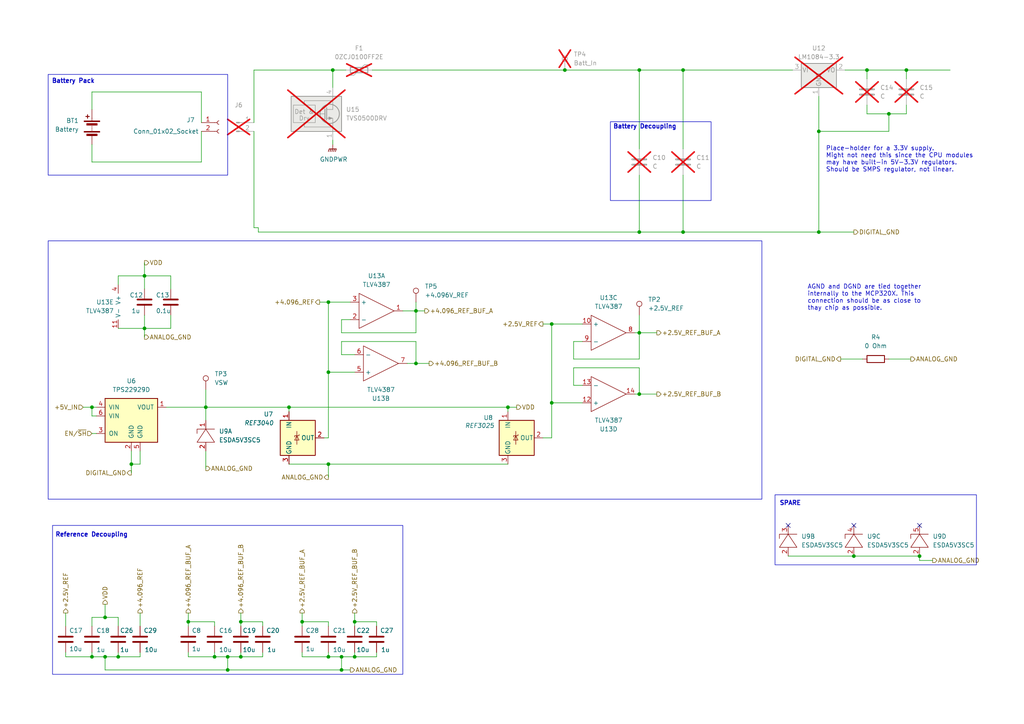
<source format=kicad_sch>
(kicad_sch (version 20231120) (generator "eeschema") (generator_version "8.0")
  (paper "A4")
  (lib_symbols
    (symbol "AndrewAdditions:sda5v3sc6_split"
      (property "Reference" "U" (at -2.794 3.302 0))
      (property "Value" "ESDA5V3SC5" (at 0 -2.54 0))
      (symbol "sda5v3sc6_split_0_1"
        (polyline (pts (xy -2.54 0) (xy -2.54 1.27) (xy 2.54 1.27)))
        (polyline (pts (xy 0 1.27) (xy -2.54 -2.54) (xy 2.54 -2.54) (xy 0 1.27)))
        (pin passive line (at 0 -5.08 90) (length 2.54) (name "") (number "2"))
      )
      (symbol "sda5v3sc6_split_1_1"
        (pin passive line (at 0 3.81 270) (length 2.54) (name "") (number "1"))
      )
      (symbol "sda5v3sc6_split_2_1"
        (pin passive line (at 0 3.81 270) (length 2.54) (name "") (number "3"))
      )
      (symbol "sda5v3sc6_split_3_1"
        (pin passive line (at 0 3.81 270) (length 2.54) (name "") (number "4"))
      )
      (symbol "sda5v3sc6_split_4_1"
        (pin passive line (at 0 3.81 270) (length 2.54) (name "") (number "5"))
      )
    )
    (symbol "Connector:Conn_01x02_Pin" (pin_names (offset 1.016) hide)
      (property "Reference" "J" (at 0 2.54 0))
      (property "Value" "Conn_01x02_Pin" (at 0 -5.08 0))
      (symbol "Conn_01x02_Pin_1_1"
        (polyline (pts (xy 1.27 -2.54) (xy 0.8636 -2.54)) (stroke (width 0.1524)))
        (polyline (pts (xy 1.27 0) (xy 0.8636 0)) (stroke (width 0.1524)))
        (rectangle (start 0.8636 -2.413) (end 0 -2.667) (stroke (width 0.1524)) (fill (type outline)))
        (rectangle (start 0.8636 0.127) (end 0 -0.127) (stroke (width 0.1524)) (fill (type outline)))
        (pin passive line (at 5.08 0 180) (length 3.81) (name "Pin_1") (number "1"))
        (pin passive line (at 5.08 -2.54 180) (length 3.81) (name "Pin_2") (number "2"))
      )
    )
    (symbol "Connector:Conn_01x02_Socket" (pin_names (offset 1.016) hide)
      (property "Reference" "J" (at 0 2.54 0))
      (property "Value" "Conn_01x02_Socket" (at 0 -5.08 0))
      (symbol "Conn_01x02_Socket_1_1"
        (arc (start 0 -2.032) (mid -0.5058 -2.54) (end 0 -3.048) (stroke (width 0.1524)))
        (polyline (pts (xy -1.27 -2.54) (xy -0.508 -2.54)) (stroke (width 0.1524)))
        (polyline (pts (xy -1.27 0) (xy -0.508 0)) (stroke (width 0.1524)))
        (arc (start 0 0.508) (mid -0.5058 0) (end 0 -0.508) (stroke (width 0.1524)))
        (pin passive line (at -5.08 0 0) (length 3.81) (name "Pin_1") (number "1"))
        (pin passive line (at -5.08 -2.54 0) (length 3.81) (name "Pin_2") (number "2"))
      )
    )
    (symbol "Connector:TestPoint" (pin_numbers hide) (pin_names (offset 0.762) hide)
      (property "Reference" "TP" (at 0 6.858 0))
      (property "Value" "TestPoint" (at 0 5.08 0))
      (symbol "TestPoint_0_1"
        (circle (center 0 3.302) (radius 0.762))
      )
      (symbol "TestPoint_1_1"
        (pin passive line (at 0 0 90) (length 2.54) (name "1") (number "1"))
      )
    )
    (symbol "Device:Battery" (pin_numbers hide) (pin_names (offset 0) hide)
      (property "Reference" "BT" (at 2.54 2.54 0))
      (property "Value" "Battery" (at 2.54 0 0))
      (symbol "Battery_0_1"
        (rectangle (start -2.286 -1.27) (end 2.286 -1.524) (fill (type outline)))
        (rectangle (start -2.286 1.778) (end 2.286 1.524) (fill (type outline)))
        (rectangle (start -1.524 -2.032) (end 1.524 -2.54) (fill (type outline)))
        (rectangle (start -1.524 1.016) (end 1.524 0.508) (fill (type outline)))
        (polyline (pts (xy 0 -1.016) (xy 0 -0.762)))
        (polyline (pts (xy 0 -0.508) (xy 0 -0.254)))
        (polyline (pts (xy 0 0) (xy 0 0.254)))
        (polyline (pts (xy 0 1.778) (xy 0 2.54)))
        (polyline (pts (xy 0.762 3.048) (xy 1.778 3.048)) (stroke (width 0.254)))
        (polyline (pts (xy 1.27 3.556) (xy 1.27 2.54)) (stroke (width 0.254)))
      )
      (symbol "Battery_1_1"
        (pin passive line (at 0 5.08 270) (length 2.54) (name "+") (number "1"))
        (pin passive line (at 0 -5.08 90) (length 2.54) (name "-") (number "2"))
      )
    )
    (symbol "Device:C" (pin_numbers hide) (pin_names (offset 0.254))
      (property "Reference" "C" (at 0.635 2.54 0))
      (property "Value" "C" (at 0.635 -2.54 0))
      (symbol "C_0_1"
        (polyline (pts (xy -2.032 -0.762) (xy 2.032 -0.762)) (stroke (width 0.508)))
        (polyline (pts (xy -2.032 0.762) (xy 2.032 0.762)) (stroke (width 0.508)))
      )
      (symbol "C_1_1"
        (pin passive line (at 0 3.81 270) (length 2.794) (name "~") (number "1"))
        (pin passive line (at 0 -3.81 90) (length 2.794) (name "~") (number "2"))
      )
    )
    (symbol "Device:Polyfuse" (pin_numbers hide) (pin_names (offset 0))
      (property "Reference" "F" (at -2.54 0 90))
      (property "Value" "Polyfuse" (at 2.54 0 90))
      (symbol "Polyfuse_0_1"
        (rectangle (start -0.762 2.54) (end 0.762 -2.54) (stroke (width 0.254)))
        (polyline (pts (xy 0 2.54) (xy 0 -2.54)))
        (polyline (pts (xy -1.524 2.54) (xy -1.524 1.524) (xy 1.524 -1.524) (xy 1.524 -2.54)))
      )
      (symbol "Polyfuse_1_1"
        (pin passive line (at 0 3.81 270) (length 1.27) (name "~") (number "1"))
        (pin passive line (at 0 -3.81 90) (length 1.27) (name "~") (number "2"))
      )
    )
    (symbol "Device:R" (pin_numbers hide) (pin_names (offset 0))
      (property "Reference" "R" (at 2.032 0 90))
      (property "Value" "R" (at 0 0 90))
      (symbol "R_0_1"
        (rectangle (start -1.016 -2.54) (end 1.016 2.54) (stroke (width 0.254)))
      )
      (symbol "R_1_1"
        (pin passive line (at 0 3.81 270) (length 1.27) (name "~") (number "1"))
        (pin passive line (at 0 -3.81 90) (length 1.27) (name "~") (number "2"))
      )
    )
    (symbol "Op-Amp-Extended:TLV4387PWR"
      (property "Reference" "U" (at -2.54 7.366 0))
      (property "Value" "TLV4387" (at -1.27 0 0))
      (symbol "TLV4387PWR_1_1"
        (polyline (pts (xy -3.81 5.08) (xy -3.81 -5.08) (xy 6.35 0) (xy -3.81 5.08)))
        (pin output line (at 8.89 0 180) (length 2.54) (name "") (number "1"))
        (pin input line (at -6.35 -2.54 0) (length 2.54) (name "-") (number "2"))
        (pin input line (at -6.35 2.54 0) (length 2.54) (name "+") (number "3"))
      )
      (symbol "TLV4387PWR_2_1"
        (polyline (pts (xy -3.81 5.08) (xy -3.81 -5.08) (xy 6.35 0) (xy -3.81 5.08)))
        (pin input line (at -6.35 2.54 0) (length 2.54) (name "+") (number "5"))
        (pin input line (at -6.35 -2.54 0) (length 2.54) (name "-") (number "6"))
        (pin output line (at 8.89 0 180) (length 2.54) (name "") (number "7"))
      )
      (symbol "TLV4387PWR_3_1"
        (polyline (pts (xy -3.81 5.08) (xy -3.81 -5.08) (xy 6.35 0) (xy -3.81 5.08)))
        (pin input line (at -6.35 2.54 0) (length 2.54) (name "+") (number "10"))
        (pin output line (at 8.89 0 180) (length 2.54) (name "") (number "8"))
        (pin input line (at -6.35 -2.54 0) (length 2.54) (name "-") (number "9"))
      )
      (symbol "TLV4387PWR_4_1"
        (polyline (pts (xy -3.81 5.08) (xy -3.81 -5.08) (xy 6.35 0) (xy -3.81 5.08)))
        (pin input line (at -6.35 2.54 0) (length 2.54) (name "+") (number "12"))
        (pin input line (at -6.35 -2.54 0) (length 2.54) (name "-") (number "13"))
        (pin output line (at 8.89 0 180) (length 2.54) (name "") (number "14"))
      )
      (symbol "TLV4387PWR_5_1"
        (pin power_in line (at 0 -6.35 90) (length 2.54) (name "V-") (number "11"))
        (pin power_in line (at 0 6.35 270) (length 2.54) (name "V+") (number "4"))
      )
    )
    (symbol "Power_Management:TPS22929D" (pin_names (offset 1.016))
      (property "Reference" "U" (at -7.62 8.89 0))
      (property "Value" "TPS22929D" (at 7.62 8.89 0))
      (symbol "TPS22929D_0_1"
        (rectangle (start -7.62 7.62) (end 7.62 -5.08) (stroke (width 0.254)) (fill (type background)))
      )
      (symbol "TPS22929D_1_1"
        (pin power_out line (at 10.16 5.08 180) (length 2.54) (name "VOUT") (number "1"))
        (pin power_in line (at 0 -7.62 90) (length 2.54) (name "GND") (number "2"))
        (pin input line (at -10.16 -2.54 0) (length 2.54) (name "ON") (number "3"))
        (pin power_in line (at -10.16 5.08 0) (length 2.54) (name "VIN") (number "4"))
        (pin power_in line (at 2.54 -7.62 90) (length 2.54) (name "GND") (number "5"))
        (pin power_in line (at -10.16 2.54 0) (length 2.54) (name "VIN") (number "6"))
      )
    )
    (symbol "Power_Protection:TVS0500DRV" (pin_names (offset 0) hide)
      (property "Reference" "U" (at 2.54 1.27 0))
      (property "Value" "TVS0500DRV" (at 2.54 -1.27 0))
      (symbol "TVS0500DRV_0_0"
        (rectangle (start -11.43 2.54) (end -5.08 -2.54))
        (polyline (pts (xy 0 1.27) (xy -1.778 1.27)))
        (polyline (pts (xy -8.255 -2.54) (xy -8.255 -3.81) (xy 0 -3.81)))
        (polyline (pts (xy -8.255 2.54) (xy -8.255 3.81) (xy 0 3.81)))
        (text "Det &" (at -8.255 0.635 0) (effects (font (size 1.27 1.27))))
        (text "Drv" (at -8.255 -1.27 0) (effects (font (size 1.27 1.27))))
      )
      (symbol "TVS0500DRV_0_1"
        (rectangle (start -12.065 5.08) (end 2.54 -5.08) (stroke (width 0.254)) (fill (type background)))
        (circle (center -0.889 0) (radius 2.794) (stroke (width 0.254)))
        (polyline (pts (xy -2.286 0) (xy -5.08 0)))
        (polyline (pts (xy -2.286 1.397) (xy -2.286 -1.524)) (stroke (width 0.254)))
        (polyline (pts (xy -1.778 1.778) (xy -1.778 -1.778)) (stroke (width 0.254)))
        (polyline (pts (xy 0 -2.54) (xy 0 -5.08)))
        (polyline (pts (xy 0 2.54) (xy 0 1.27)))
        (polyline (pts (xy 0 5.08) (xy 0 2.54)))
        (polyline (pts (xy 0 -2.54) (xy 0 -1.27) (xy -1.778 -1.27)))
        (polyline (pts (xy -0.127 -1.27) (xy -1.143 -1.651) (xy -1.143 -0.889) (xy -0.127 -1.27)) (fill (type outline)))
      )
      (symbol "TVS0500DRV_1_1"
        (pin power_in line (at 0 -7.62 90) (length 2.54) (name "GND") (number "1"))
        (pin passive line (at 0 -7.62 90) (length 2.54) hide (name "GND") (number "2"))
        (pin passive line (at 0 -7.62 90) (length 2.54) hide (name "GND") (number "3"))
        (pin passive line (at 0 7.62 270) (length 2.54) (name "IN") (number "4"))
        (pin passive line (at 0 7.62 270) (length 2.54) hide (name "IN") (number "5"))
        (pin passive line (at 0 7.62 270) (length 2.54) hide (name "IN") (number "6"))
        (pin passive line (at 0 -7.62 90) (length 2.54) hide (name "GND") (number "7"))
      )
    )
    (symbol "Reference_Voltage:REF3025" (pin_names (offset 0.254))
      (property "Reference" "U" (at 0 6.35 0))
      (property "Value" "REF3025" (at 2.54 -6.35 0))
      (symbol "REF3025_0_1"
        (rectangle (start -5.08 5.08) (end 5.08 -5.08) (stroke (width 0.254)) (fill (type background)))
        (polyline (pts (xy -0.254 1.905) (xy -0.254 -1.905)))
        (polyline (pts (xy -0.889 -0.635) (xy 0.381 -0.635) (xy -0.254 0.635) (xy -0.889 -0.635)))
        (polyline (pts (xy 0.381 1.016) (xy 0.381 0.635) (xy -0.889 0.635) (xy -0.889 0.254)))
      )
      (symbol "REF3025_1_1"
        (pin power_in line (at -2.54 7.62 270) (length 2.54) (name "IN") (number "1"))
        (pin power_out line (at 7.62 0 180) (length 2.54) (name "OUT") (number "2"))
        (pin power_in line (at -2.54 -7.62 90) (length 2.54) (name "GND") (number "3"))
      )
    )
    (symbol "Reference_Voltage:REF3040" (pin_names (offset 0.254))
      (property "Reference" "U" (at 0 6.35 0))
      (property "Value" "REF3040" (at 2.54 -6.35 0))
      (symbol "REF3040_0_1"
        (rectangle (start -5.08 5.08) (end 5.08 -5.08) (stroke (width 0.254)) (fill (type background)))
        (polyline (pts (xy -0.254 1.905) (xy -0.254 -1.905)))
        (polyline (pts (xy -0.889 -0.635) (xy 0.381 -0.635) (xy -0.254 0.635) (xy -0.889 -0.635)))
        (polyline (pts (xy 0.381 1.016) (xy 0.381 0.635) (xy -0.889 0.635) (xy -0.889 0.254)))
      )
      (symbol "REF3040_1_1"
        (pin power_in line (at -2.54 7.62 270) (length 2.54) (name "IN") (number "1"))
        (pin power_out line (at 7.62 0 180) (length 2.54) (name "OUT") (number "2"))
        (pin power_in line (at -2.54 -7.62 90) (length 2.54) (name "GND") (number "3"))
      )
    )
    (symbol "Regulator_Linear:LM1084-3.3" (pin_names (offset 0.254))
      (property "Reference" "U" (at -3.81 3.175 0))
      (property "Value" "LM1084-3.3" (at 0 3.175 0))
      (symbol "LM1084-3.3_0_1"
        (rectangle (start -5.08 1.905) (end 5.08 -5.08) (stroke (width 0.254)) (fill (type background)))
      )
      (symbol "LM1084-3.3_1_1"
        (pin power_in line (at 0 -7.62 90) (length 2.54) (name "GND") (number "1"))
        (pin power_out line (at 7.62 0 180) (length 2.54) (name "VO") (number "2"))
        (pin power_in line (at -7.62 0 0) (length 2.54) (name "VI") (number "3"))
      )
    )
    (symbol "power:GNDPWR" (power) (pin_numbers hide) (pin_names (offset 0) hide)
      (property "Value" "GNDPWR" (at 0 -3.302 0))
      (symbol "GNDPWR_0_1"
        (polyline (pts (xy 0 -1.27) (xy 0 0)))
        (polyline (pts (xy -1.016 -1.27) (xy -1.27 -2.032) (xy -1.27 -2.032)) (stroke (width 0.2032)))
        (polyline (pts (xy -0.508 -1.27) (xy -0.762 -2.032) (xy -0.762 -2.032)) (stroke (width 0.2032)))
        (polyline (pts (xy 0 -1.27) (xy -0.254 -2.032) (xy -0.254 -2.032)) (stroke (width 0.2032)))
        (polyline (pts (xy 0.508 -1.27) (xy 0.254 -2.032) (xy 0.254 -2.032)) (stroke (width 0.2032)))
        (polyline (pts (xy 1.016 -1.27) (xy -1.016 -1.27) (xy -1.016 -1.27)) (stroke (width 0.2032)))
        (polyline (pts (xy 1.016 -1.27) (xy 0.762 -2.032) (xy 0.762 -2.032) (xy 0.762 -2.032)) (stroke (width 0.2032)))
      )
      (symbol "GNDPWR_1_1"
        (pin power_in line (at 0 0 270) (length 0) (name "~") (number "1"))
      )
    )
  )
  (junction (at 30.48 179.07))
  (junction (at 30.48 190.5))
  (junction (at 257.81 33.02))
  (junction (at 185.42 67.31))
  (junction (at 120.65 90.17))
  (junction (at 38.1 134.62))
  (junction (at 34.29 190.5))
  (junction (at 185.42 96.52))
  (junction (at 95.25 190.5))
  (junction (at 147.32 118.11))
  (junction (at 59.69 118.11))
  (junction (at 163.83 20.32))
  (junction (at 69.85 180.34))
  (junction (at 95.25 107.95))
  (junction (at 237.49 67.31))
  (junction (at 95.25 87.63))
  (junction (at 198.12 67.31))
  (junction (at 95.25 134.62))
  (junction (at 54.61 180.34))
  (junction (at 262.89 20.32))
  (junction (at 237.49 38.1))
  (junction (at 99.06 194.31))
  (junction (at 66.04 190.5))
  (junction (at 247.65 161.29))
  (junction (at 185.42 20.32))
  (junction (at 99.06 190.5))
  (junction (at 41.91 80.01))
  (junction (at 185.42 114.3))
  (junction (at 69.85 190.5))
  (junction (at 26.67 118.11))
  (junction (at 251.46 20.32))
  (junction (at 41.91 95.25))
  (junction (at 102.87 180.34))
  (junction (at 120.65 105.41))
  (junction (at 102.87 190.5))
  (junction (at 266.7 161.29))
  (junction (at 198.12 20.32))
  (junction (at 62.23 190.5))
  (junction (at 96.52 20.32))
  (junction (at 66.04 194.31))
  (junction (at 160.02 93.98))
  (junction (at 87.63 180.34))
  (junction (at 83.82 118.11))
  (junction (at 26.67 190.5))
  (junction (at 160.02 116.84))
  (no_connect (at 228.6 152.4))
  (no_connect (at 247.65 152.4))
  (no_connect (at 266.7 152.4))
  (wire (pts (xy 76.2 190.5) (xy 76.2 189.23)))
  (wire (pts (xy 198.12 50.8) (xy 198.12 67.31)))
  (wire (pts (xy 120.65 96.52) (xy 120.65 90.17)))
  (wire (pts (xy 19.05 189.23) (xy 19.05 190.5)))
  (wire (pts (xy 34.29 189.23) (xy 34.29 190.5)))
  (wire (pts (xy 120.65 90.17) (xy 116.84 90.17)))
  (wire (pts (xy 74.93 66.04) (xy 73.66 66.04)))
  (wire (pts (xy 147.32 119.38) (xy 147.32 118.11)))
  (wire (pts (xy 59.69 113.03) (xy 59.69 118.11)))
  (wire (pts (xy 198.12 20.32) (xy 198.12 43.18)))
  (wire (pts (xy 102.87 189.23) (xy 102.87 190.5)))
  (wire (pts (xy 87.63 189.23) (xy 87.63 190.5)))
  (wire (pts (xy 102.87 180.34) (xy 102.87 181.61)))
  (wire (pts (xy 262.89 30.48) (xy 262.89 33.02)))
  (wire (pts (xy 49.53 80.01) (xy 49.53 83.82)))
  (wire (pts (xy 41.91 80.01) (xy 49.53 80.01)))
  (wire (pts (xy 73.66 66.04) (xy 73.66 38.1)))
  (wire (pts (xy 102.87 190.5) (xy 109.22 190.5)))
  (wire (pts (xy 120.65 105.41) (xy 124.46 105.41)))
  (wire (pts (xy 34.29 80.01) (xy 34.29 82.55)))
  (wire (pts (xy 251.46 20.32) (xy 262.89 20.32)))
  (wire (pts (xy 185.42 20.32) (xy 185.42 43.18)))
  (wire (pts (xy 40.64 130.81) (xy 40.64 134.62)))
  (wire (pts (xy 96.52 20.32) (xy 100.33 20.32)))
  (wire (pts (xy 26.67 118.11) (xy 27.94 118.11)))
  (wire (pts (xy 87.63 180.34) (xy 87.63 177.8)))
  (wire (pts (xy 54.61 181.61) (xy 54.61 180.34)))
  (wire (pts (xy 166.37 111.76) (xy 166.37 106.68)))
  (wire (pts (xy 95.25 107.95) (xy 102.87 107.95)))
  (wire (pts (xy 120.65 90.17) (xy 123.19 90.17)))
  (wire (pts (xy 26.67 31.75) (xy 26.67 26.67)))
  (wire (pts (xy 26.67 46.99) (xy 58.42 46.99)))
  (wire (pts (xy 58.42 26.67) (xy 58.42 35.56)))
  (wire (pts (xy 245.11 20.32) (xy 251.46 20.32)))
  (wire (pts (xy 62.23 190.5) (xy 66.04 190.5)))
  (wire (pts (xy 69.85 190.5) (xy 76.2 190.5)))
  (wire (pts (xy 34.29 80.01) (xy 41.91 80.01)))
  (wire (pts (xy 34.29 95.25) (xy 41.91 95.25)))
  (wire (pts (xy 257.81 33.02) (xy 251.46 33.02)))
  (wire (pts (xy 257.81 38.1) (xy 257.81 33.02)))
  (wire (pts (xy 262.89 20.32) (xy 275.59 20.32)))
  (wire (pts (xy 163.83 20.32) (xy 185.42 20.32)))
  (wire (pts (xy 109.22 180.34) (xy 109.22 181.61)))
  (wire (pts (xy 251.46 30.48) (xy 251.46 33.02)))
  (wire (pts (xy 69.85 189.23) (xy 69.85 190.5)))
  (wire (pts (xy 99.06 92.71) (xy 99.06 96.52)))
  (wire (pts (xy 66.04 194.31) (xy 30.48 194.31)))
  (wire (pts (xy 95.25 190.5) (xy 99.06 190.5)))
  (wire (pts (xy 76.2 180.34) (xy 76.2 181.61)))
  (wire (pts (xy 69.85 180.34) (xy 76.2 180.34)))
  (wire (pts (xy 266.7 162.56) (xy 266.7 161.29)))
  (wire (pts (xy 99.06 96.52) (xy 120.65 96.52)))
  (wire (pts (xy 40.64 177.8) (xy 40.64 181.61)))
  (wire (pts (xy 27.94 125.73) (xy 26.67 125.73)))
  (wire (pts (xy 26.67 120.65) (xy 26.67 118.11)))
  (wire (pts (xy 101.6 92.71) (xy 99.06 92.71)))
  (wire (pts (xy 48.26 118.11) (xy 59.69 118.11)))
  (wire (pts (xy 54.61 177.8) (xy 54.61 180.34)))
  (wire (pts (xy 62.23 189.23) (xy 62.23 190.5)))
  (wire (pts (xy 99.06 194.31) (xy 66.04 194.31)))
  (wire (pts (xy 41.91 95.25) (xy 41.91 97.79)))
  (wire (pts (xy 243.84 104.14) (xy 250.19 104.14)))
  (wire (pts (xy 185.42 50.8) (xy 185.42 67.31)))
  (wire (pts (xy 59.69 118.11) (xy 59.69 121.92)))
  (wire (pts (xy 95.25 189.23) (xy 95.25 190.5)))
  (wire (pts (xy 41.91 80.01) (xy 41.91 83.82)))
  (wire (pts (xy 96.52 40.64) (xy 96.52 41.91)))
  (wire (pts (xy 83.82 118.11) (xy 147.32 118.11)))
  (wire (pts (xy 95.25 87.63) (xy 95.25 107.95)))
  (wire (pts (xy 257.81 104.14) (xy 264.16 104.14)))
  (wire (pts (xy 41.91 95.25) (xy 49.53 95.25)))
  (wire (pts (xy 30.48 190.5) (xy 34.29 190.5)))
  (wire (pts (xy 185.42 67.31) (xy 198.12 67.31)))
  (wire (pts (xy 95.25 107.95) (xy 95.25 127)))
  (wire (pts (xy 166.37 111.76) (xy 168.91 111.76)))
  (wire (pts (xy 30.48 175.26) (xy 30.48 179.07)))
  (wire (pts (xy 66.04 194.31) (xy 66.04 190.5)))
  (wire (pts (xy 99.06 190.5) (xy 99.06 194.31)))
  (wire (pts (xy 83.82 119.38) (xy 83.82 118.11)))
  (wire (pts (xy 102.87 102.87) (xy 99.06 102.87)))
  (wire (pts (xy 24.13 118.11) (xy 26.67 118.11)))
  (wire (pts (xy 69.85 180.34) (xy 69.85 181.61)))
  (wire (pts (xy 247.65 67.31) (xy 237.49 67.31)))
  (wire (pts (xy 54.61 180.34) (xy 62.23 180.34)))
  (wire (pts (xy 99.06 190.5) (xy 102.87 190.5)))
  (wire (pts (xy 102.87 177.8) (xy 102.87 180.34)))
  (wire (pts (xy 185.42 104.14) (xy 185.42 96.52)))
  (wire (pts (xy 149.86 118.11) (xy 147.32 118.11)))
  (wire (pts (xy 237.49 38.1) (xy 237.49 67.31)))
  (wire (pts (xy 95.25 180.34) (xy 95.25 181.61)))
  (wire (pts (xy 99.06 99.06) (xy 120.65 99.06)))
  (wire (pts (xy 270.51 162.56) (xy 266.7 162.56)))
  (wire (pts (xy 185.42 20.32) (xy 198.12 20.32)))
  (wire (pts (xy 160.02 93.98) (xy 168.91 93.98)))
  (wire (pts (xy 59.69 118.11) (xy 83.82 118.11)))
  (wire (pts (xy 237.49 27.94) (xy 237.49 38.1)))
  (wire (pts (xy 198.12 20.32) (xy 229.87 20.32)))
  (wire (pts (xy 38.1 137.16) (xy 38.1 134.62)))
  (wire (pts (xy 92.71 87.63) (xy 95.25 87.63)))
  (wire (pts (xy 34.29 190.5) (xy 40.64 190.5)))
  (wire (pts (xy 262.89 33.02) (xy 257.81 33.02)))
  (wire (pts (xy 160.02 116.84) (xy 168.91 116.84)))
  (wire (pts (xy 62.23 180.34) (xy 62.23 181.61)))
  (wire (pts (xy 26.67 189.23) (xy 26.67 190.5)))
  (wire (pts (xy 34.29 179.07) (xy 34.29 181.61)))
  (wire (pts (xy 69.85 177.8) (xy 69.85 180.34)))
  (wire (pts (xy 59.69 130.81) (xy 59.69 135.89)))
  (wire (pts (xy 58.42 46.99) (xy 58.42 38.1)))
  (wire (pts (xy 26.67 41.91) (xy 26.67 46.99)))
  (wire (pts (xy 30.48 194.31) (xy 30.48 190.5)))
  (wire (pts (xy 95.25 127) (xy 93.98 127)))
  (wire (pts (xy 30.48 179.07) (xy 26.67 179.07)))
  (wire (pts (xy 184.15 96.52) (xy 185.42 96.52)))
  (wire (pts (xy 38.1 130.81) (xy 38.1 134.62)))
  (wire (pts (xy 66.04 190.5) (xy 69.85 190.5)))
  (wire (pts (xy 160.02 93.98) (xy 160.02 116.84)))
  (wire (pts (xy 26.67 190.5) (xy 30.48 190.5)))
  (wire (pts (xy 166.37 106.68) (xy 185.42 106.68)))
  (wire (pts (xy 237.49 67.31) (xy 198.12 67.31)))
  (wire (pts (xy 185.42 91.44) (xy 185.42 96.52)))
  (wire (pts (xy 41.91 80.01) (xy 41.91 76.2)))
  (wire (pts (xy 40.64 190.5) (xy 40.64 189.23)))
  (wire (pts (xy 166.37 104.14) (xy 185.42 104.14)))
  (wire (pts (xy 49.53 91.44) (xy 49.53 95.25)))
  (wire (pts (xy 185.42 106.68) (xy 185.42 114.3)))
  (wire (pts (xy 73.66 20.32) (xy 73.66 35.56)))
  (wire (pts (xy 95.25 134.62) (xy 95.25 138.43)))
  (wire (pts (xy 41.91 91.44) (xy 41.91 95.25)))
  (wire (pts (xy 184.15 114.3) (xy 185.42 114.3)))
  (wire (pts (xy 262.89 22.86) (xy 262.89 20.32)))
  (wire (pts (xy 95.25 134.62) (xy 147.32 134.62)))
  (wire (pts (xy 27.94 120.65) (xy 26.67 120.65)))
  (wire (pts (xy 34.29 179.07) (xy 30.48 179.07)))
  (wire (pts (xy 185.42 96.52) (xy 190.5 96.52)))
  (wire (pts (xy 228.6 161.29) (xy 247.65 161.29)))
  (wire (pts (xy 109.22 190.5) (xy 109.22 189.23)))
  (wire (pts (xy 157.48 93.98) (xy 160.02 93.98)))
  (wire (pts (xy 120.65 87.63) (xy 120.65 90.17)))
  (wire (pts (xy 54.61 190.5) (xy 62.23 190.5)))
  (wire (pts (xy 107.95 20.32) (xy 163.83 20.32)))
  (wire (pts (xy 19.05 177.8) (xy 19.05 181.61)))
  (wire (pts (xy 157.48 127) (xy 160.02 127)))
  (wire (pts (xy 160.02 116.84) (xy 160.02 127)))
  (wire (pts (xy 120.65 99.06) (xy 120.65 105.41)))
  (wire (pts (xy 83.82 134.62) (xy 95.25 134.62)))
  (wire (pts (xy 166.37 99.06) (xy 166.37 104.14)))
  (wire (pts (xy 185.42 114.3) (xy 190.5 114.3)))
  (wire (pts (xy 26.67 179.07) (xy 26.67 181.61)))
  (wire (pts (xy 73.66 20.32) (xy 96.52 20.32)))
  (wire (pts (xy 40.64 134.62) (xy 38.1 134.62)))
  (wire (pts (xy 87.63 190.5) (xy 95.25 190.5)))
  (wire (pts (xy 99.06 102.87) (xy 99.06 99.06)))
  (wire (pts (xy 74.93 67.31) (xy 185.42 67.31)))
  (wire (pts (xy 102.87 180.34) (xy 109.22 180.34)))
  (wire (pts (xy 54.61 189.23) (xy 54.61 190.5)))
  (wire (pts (xy 166.37 99.06) (xy 168.91 99.06)))
  (wire (pts (xy 74.93 66.04) (xy 74.93 67.31)))
  (wire (pts (xy 120.65 105.41) (xy 118.11 105.41)))
  (wire (pts (xy 251.46 20.32) (xy 251.46 22.86)))
  (wire (pts (xy 87.63 180.34) (xy 95.25 180.34)))
  (wire (pts (xy 101.6 194.31) (xy 99.06 194.31)))
  (wire (pts (xy 96.52 25.4) (xy 96.52 20.32)))
  (wire (pts (xy 26.67 26.67) (xy 58.42 26.67)))
  (wire (pts (xy 19.05 190.5) (xy 26.67 190.5)))
  (wire (pts (xy 247.65 161.29) (xy 266.7 161.29)))
  (wire (pts (xy 237.49 38.1) (xy 257.81 38.1)))
  (wire (pts (xy 95.25 87.63) (xy 101.6 87.63)))
  (wire (pts (xy 87.63 181.61) (xy 87.63 180.34)))
  (rectangle (start 13.97 69.85) (end 220.98 144.78))
  (rectangle (start 15.24 152.4) (end 116.84 195.58))
  (rectangle (start 224.79 143.51) (end 283.21 163.83))
  (rectangle (start 13.97 21.59) (end 66.04 50.8))
  (rectangle (start 177.038 35.306) (end 206.248 58.166))
  (text "Battery Pack" (at 14.986 23.622 0) (effects (font (size 1.27 1.27) (thickness 0.254) (bold yes)) (justify left)))
  (text "Place-holder for a 3.3V supply. \nMight not need this since the CPU modules\nmay have built-in 5V-3.3V regulators. \nShould be SMPS regulator, not linear." (at 239.522 46.228 0) (effects (font (size 1.27 1.27) (thickness 0.1588)) (justify left)))
  (text "Battery Decoupling\n" (at 177.8 36.83 0) (effects (font (size 1.27 1.27) (thickness 0.254) (bold yes)) (justify left)))
  (text "AGND and DGND are tied together \ninternally to the MCP320X. This \nconnection should be as close to \nthay chip as possible." (at 234.188 86.36 0) (effects (font (size 1.27 1.27)) (justify left)))
  (text "SPARE\n" (at 226.06 146.05 0) (effects (font (size 1.27 1.27) (thickness 0.254) (bold yes)) (justify left)))
  (text "Reference Decoupling\n" (at 16.002 155.194 0) (effects (font (size 1.27 1.27) (thickness 0.254) (bold yes)) (justify left)))
  (hierarchical_label "+2.5V_REF" (shape output) (at 19.05 177.8 90))
  (hierarchical_label "+2.5V_REF_BUF_A" (shape output) (at 190.5 96.52 0))
  (hierarchical_label "ANALOG_GND" (shape output) (at 41.91 97.79 0))
  (hierarchical_label "ANALOG_GND" (shape output) (at 101.6 194.31 0))
  (hierarchical_label "DIGITAL_GND" (shape output) (at 243.84 104.14 180))
  (hierarchical_label "+4.096_REF" (shape output) (at 92.71 87.63 180))
  (hierarchical_label "VDD" (shape output) (at 149.86 118.11 0))
  (hierarchical_label "ANALOG_GND" (shape output) (at 95.25 138.43 180))
  (hierarchical_label "+4.096_REF_BUF_B" (shape output) (at 124.46 105.41 0))
  (hierarchical_label "DIGITAL_GND" (shape output) (at 247.65 67.31 0))
  (hierarchical_label "ANALOG_GND" (shape output) (at 270.51 162.56 0))
  (hierarchical_label "DIGITAL_GND" (shape output) (at 38.1 137.16 180))
  (hierarchical_label "+2.5V_REF" (shape output) (at 157.48 93.98 180))
  (hierarchical_label "+2.5V_REF_BUF_B" (shape output) (at 190.5 114.3 0))
  (hierarchical_label "ANALOG_GND" (shape output) (at 264.16 104.14 0))
  (hierarchical_label "+5V_IN" (shape input) (at 24.13 118.11 180))
  (hierarchical_label "+4.096_REF_BUF_B" (shape output) (at 69.85 177.8 90))
  (hierarchical_label "+2.5V_REF_BUF_A" (shape output) (at 87.63 177.8 90))
  (hierarchical_label "VDD" (shape output) (at 41.91 76.2 0))
  (hierarchical_label "EN{slash}~{SH}" (shape input) (at 26.67 125.73 180))
  (hierarchical_label "+2.5V_REF_BUF_B" (shape output) (at 102.87 177.8 90))
  (hierarchical_label "VDD" (shape output) (at 30.48 175.26 90))
  (hierarchical_label "+4.096_REF" (shape output) (at 40.64 177.8 90))
  (hierarchical_label "+4.096_REF_BUF_A" (shape output) (at 54.61 177.8 90))
  (hierarchical_label "ANALOG_GND" (shape output) (at 59.69 135.89 0))
  (hierarchical_label "+4.096_REF_BUF_A" (shape output) (at 123.19 90.17 0))
  (symbol (lib_id "Op-Amp-Extended:TLV4387PWR") (at 107.95 90.17 0) (unit 1)
    (property "Reference" "U13" (at 109.22 80.01 0))
    (property "Value" "TLV4387" (at 109.22 82.55 0))
    (property "Footprint" "Package_SO:TSSOP-14_4.4x5mm_P0.65mm" (effects (hide yes)))
    (property "Datasheet" "https://www.ti.com/lit/ds/symlink/tlv2387.pdf?ts=1748539346733&ref_url=https%253A%252F%252Fwww.ti.com%252Fproduct%252FTLV2387" (effects (hide yes)))
    (property "Description" "High Precision, Zero-Drift, Low-Input-Bias-Current Op Amps" (effects (hide yes)))
  )
  (symbol (lib_id "AndrewAdditions:sda5v3sc6_split") (at 247.65 156.21 0) (unit 3)
    (property "Reference" "U9" (at 251.46 155.5749 0) (effects (justify left)))
    (property "Value" "ESDA5V3SC5" (at 251.46 158.1149 0) (effects (justify left)))
    (property "Footprint" "Package_TO_SOT_SMD:SOT-23-5" (effects (hide yes)))
    (property "Datasheet" "https://www.st.com/resource/en/datasheet/esda5v3sc6.pdf" (effects (hide yes)))
    (property "Description" "Quad TVS Diode Array, 5.3V Standoff, 4 Channels, 400W, ±30kV, SOT-23-5 Keywords: usb esd protection suppression transient" (effects (hide yes)))
  )
  (symbol (lib_id "Device:C") (at 102.87 185.42 0) (unit 1)
    (property "Reference" "C22" (at 103.378 182.88 0) (effects (justify left)))
    (property "Value" "10u" (at 103.378 188.468 0) (effects (justify left)))
    (property "Footprint" "Capacitor_SMD:C_1210_3225Metric_Pad1.33x2.70mm_HandSolder" (effects (hide yes)))
    (property "Description" "Unpolarized capacitor" (effects (hide yes)))
  )
  (symbol (lib_id "Device:C") (at 49.53 87.63 0) (unit 1)
    (property "Reference" "C13" (at 45.212 85.598 0) (effects (justify left)))
    (property "Value" "0.1u" (at 45.212 90.17 0) (effects (justify left)))
    (property "Footprint" "Capacitor_SMD:C_1210_3225Metric_Pad1.33x2.70mm_HandSolder" (effects (hide yes)))
    (property "Description" "Unpolarized capacitor" (effects (hide yes)))
  )
  (symbol (lib_id "Device:C") (at 95.25 185.42 0) (unit 1)
    (property "Reference" "C21" (at 96.52 182.88 0) (effects (justify left)))
    (property "Value" "10u" (at 96.52 188.468 0) (effects (justify left)))
    (property "Footprint" "Capacitor_SMD:C_1210_3225Metric_Pad1.33x2.70mm_HandSolder" (effects (hide yes)))
    (property "Description" "Unpolarized capacitor" (effects (hide yes)))
  )
  (symbol (lib_id "Op-Amp-Extended:TLV4387PWR") (at 34.29 88.9 0) (mirror y) (unit 5)
    (property "Reference" "U13" (at 33.02 87.6299 0) (effects (justify left)))
    (property "Value" "TLV4387" (at 33.02 90.1699 0) (effects (justify left)))
    (property "Footprint" "Package_SO:TSSOP-14_4.4x5mm_P0.65mm" (effects (hide yes)))
    (property "Datasheet" "https://www.ti.com/lit/ds/symlink/tlv2387.pdf?ts=1748539346733&ref_url=https%253A%252F%252Fwww.ti.com%252Fproduct%252FTLV2387" (effects (hide yes)))
    (property "Description" "High Precision, Zero-Drift, Low-Input-Bias-Current Op Amps" (effects (hide yes)))
  )
  (symbol (lib_id "Device:C") (at 62.23 185.42 0) (unit 1)
    (property "Reference" "C16" (at 63.5 182.88 0) (effects (justify left)))
    (property "Value" "10u" (at 63.5 188.468 0) (effects (justify left)))
    (property "Footprint" "Capacitor_SMD:C_1210_3225Metric_Pad1.33x2.70mm_HandSolder" (effects (hide yes)))
    (property "Description" "Unpolarized capacitor" (effects (hide yes)))
  )
  (symbol (lib_id "Device:C") (at 262.89 26.67 0) (unit 1) (in_bom no) (on_board no) (dnp yes)
    (property "Reference" "C15" (at 266.7 25.3999 0) (effects (justify left)))
    (property "Value" "C" (at 266.7 27.9399 0) (effects (justify left)))
    (property "Footprint" "Capacitor_SMD:C_1210_3225Metric_Pad1.33x2.70mm_HandSolder" (effects (hide yes)))
    (property "Description" "Unpolarized capacitor" (effects (hide yes)))
  )
  (symbol (lib_id "Device:Battery") (at 26.67 36.83 0) (mirror y) (unit 1) (in_bom no) (on_board no)
    (property "Reference" "BT1" (at 22.86 34.9884 0) (effects (justify left)))
    (property "Value" "Battery" (at 22.86 37.5284 0) (effects (justify left)))
    (property "Description" "Multiple-cell battery" (effects (hide yes)))
  )
  (symbol (lib_id "Device:C") (at 87.63 185.42 0) (unit 1)
    (property "Reference" "C28" (at 88.646 182.88 0) (effects (justify left)))
    (property "Value" "1u" (at 88.646 188.214 0) (effects (justify left)))
    (property "Footprint" "Capacitor_SMD:C_1210_3225Metric_Pad1.33x2.70mm_HandSolder" (effects (hide yes)))
    (property "Description" "Unpolarized capacitor" (effects (hide yes)))
  )
  (symbol (lib_id "Connector:Conn_01x02_Pin") (at 68.58 35.56 0) (unit 1) (in_bom no) (on_board no) (dnp yes)
    (property "Reference" "J6" (at 69.215 30.48 0))
    (property "Value" "Battery In" (effects (hide yes)))
    (property "Footprint" "Connector_PinHeader_2.54mm:PinHeader_1x02_P2.54mm_Vertical_SMD_Pin1Left" (effects (hide yes)))
    (property "Description" "Generic connector, single row, 01x02, script generated" (effects (hide yes)))
  )
  (symbol (lib_id "Device:C") (at 40.64 185.42 0) (unit 1)
    (property "Reference" "C29" (at 41.656 182.88 0) (effects (justify left)))
    (property "Value" "10u" (at 41.91 188.468 0) (effects (justify left)))
    (property "Footprint" "Capacitor_SMD:C_1210_3225Metric_Pad1.33x2.70mm_HandSolder" (effects (hide yes)))
    (property "Description" "Unpolarized capacitor" (effects (hide yes)))
  )
  (symbol (lib_id "Device:Polyfuse") (at 104.14 20.32 90) (unit 1) (in_bom no) (on_board no) (dnp yes)
    (property "Reference" "F1" (at 104.14 13.97 90))
    (property "Value" "0ZCJ0100FF2E" (at 104.14 16.51 90))
    (property "Footprint" "Fuse:Fuse_1206_3216Metric_Pad1.42x1.75mm_HandSolder" (effects (hide yes)))
    (property "Datasheet" "https://www.belfuse.com/media/datasheets/products/circuit-protection/ds-cp-0zcj-series.pdf" (effects (hide yes)))
    (property "Description" "Resettable fuse, polymeric positive temperature coefficient" (effects (hide yes)))
  )
  (symbol (lib_id "AndrewAdditions:sda5v3sc6_split") (at 266.7 156.21 0) (unit 4)
    (property "Reference" "U9" (at 270.51 155.5749 0) (effects (justify left)))
    (property "Value" "ESDA5V3SC5" (at 270.51 158.1149 0) (effects (justify left)))
    (property "Footprint" "Package_TO_SOT_SMD:SOT-23-5" (effects (hide yes)))
    (property "Datasheet" "https://www.st.com/resource/en/datasheet/esda5v3sc6.pdf" (effects (hide yes)))
    (property "Description" "Quad TVS Diode Array, 5.3V Standoff, 4 Channels, 400W, ±30kV, SOT-23-5 Keywords: usb esd protection suppression transient" (effects (hide yes)))
  )
  (symbol (lib_id "Device:C") (at 198.12 46.99 0) (unit 1) (in_bom no) (on_board no) (dnp yes)
    (property "Reference" "C11" (at 201.93 45.7199 0) (effects (justify left)))
    (property "Value" "C" (at 201.93 48.2599 0) (effects (justify left)))
    (property "Footprint" "Capacitor_SMD:C_1210_3225Metric_Pad1.33x2.70mm_HandSolder" (effects (hide yes)))
    (property "Description" "Unpolarized capacitor" (effects (hide yes)))
  )
  (symbol (lib_id "Device:C") (at 109.22 185.42 0) (unit 1)
    (property "Reference" "C27" (at 110.236 182.88 0) (effects (justify left)))
    (property "Value" "1u" (at 110.49 188.468 0) (effects (justify left)))
    (property "Footprint" "Capacitor_SMD:C_1210_3225Metric_Pad1.33x2.70mm_HandSolder" (effects (hide yes)))
    (property "Description" "Unpolarized capacitor" (effects (hide yes)))
  )
  (symbol (lib_id "AndrewAdditions:sda5v3sc6_split") (at 228.6 156.21 0) (unit 2)
    (property "Reference" "U9" (at 232.41 155.5749 0) (effects (justify left)))
    (property "Value" "ESDA5V3SC5" (at 232.41 158.1149 0) (effects (justify left)))
    (property "Footprint" "Package_TO_SOT_SMD:SOT-23-5" (effects (hide yes)))
    (property "Datasheet" "https://www.st.com/resource/en/datasheet/esda5v3sc6.pdf" (effects (hide yes)))
    (property "Description" "Quad TVS Diode Array, 5.3V Standoff, 4 Channels, 400W, ±30kV, SOT-23-5 Keywords: usb esd protection suppression transient" (effects (hide yes)))
  )
  (symbol (lib_id "Op-Amp-Extended:TLV4387PWR") (at 175.26 114.3 0) (mirror x) (unit 4)
    (property "Reference" "U13" (at 176.53 124.46 0))
    (property "Value" "TLV4387" (at 176.53 121.92 0))
    (property "Footprint" "Package_SO:TSSOP-14_4.4x5mm_P0.65mm" (effects (hide yes)))
    (property "Datasheet" "https://www.ti.com/lit/ds/symlink/tlv2387.pdf?ts=1748539346733&ref_url=https%253A%252F%252Fwww.ti.com%252Fproduct%252FTLV2387" (effects (hide yes)))
    (property "Description" "High Precision, Zero-Drift, Low-Input-Bias-Current Op Amps" (effects (hide yes)))
  )
  (symbol (lib_id "Connector:TestPoint") (at 185.42 91.44 0) (unit 1)
    (property "Reference" "TP2" (at 187.96 86.8679 0) (effects (justify left)))
    (property "Value" "+2.5V_REF" (at 187.96 89.4079 0) (effects (justify left)))
    (property "Footprint" "TestPoint:TestPoint_Pad_D3.0mm" (effects (hide yes)))
    (property "Description" "test point" (effects (hide yes)))
  )
  (symbol (lib_id "Power_Management:TPS22929D") (at 38.1 123.19 0) (unit 1)
    (property "Reference" "U6" (at 38.1 110.49 0))
    (property "Value" "TPS22929D" (at 38.1 113.03 0))
    (property "Footprint" "Package_TO_SOT_SMD:SOT-23-6" (effects (hide yes)))
    (property "Datasheet" "http://www.ti.com/lit/ds/symlink/tps22929d.pdf" (effects (hide yes)))
    (property "Description" "High side, power distribution switch, 1.4V-5.5V, 1.8A, SOT23-6 package" (effects (hide yes)))
  )
  (symbol (lib_id "Device:C") (at 54.61 185.42 0) (unit 1)
    (property "Reference" "C8" (at 55.626 182.88 0) (effects (justify left)))
    (property "Value" "1u" (at 55.626 188.214 0) (effects (justify left)))
    (property "Footprint" "Capacitor_SMD:C_1210_3225Metric_Pad1.33x2.70mm_HandSolder" (effects (hide yes)))
    (property "Description" "Unpolarized capacitor" (effects (hide yes)))
  )
  (symbol (lib_id "Connector:TestPoint") (at 120.65 87.63 0) (unit 1)
    (property "Reference" "TP5" (at 123.19 83.0579 0) (effects (justify left)))
    (property "Value" "+4.096V_REF" (at 123.19 85.5979 0) (effects (justify left)))
    (property "Footprint" "TestPoint:TestPoint_Pad_D3.0mm" (effects (hide yes)))
    (property "Description" "test point" (effects (hide yes)))
  )
  (symbol (lib_id "Reference_Voltage:REF3025") (at 149.86 127 0) (unit 1)
    (property "Reference" "U8" (at 143.002 121.158 0) (effects (justify right)))
    (property "Value" "REF3025" (at 143.256 123.444 0) (effects (font (italic yes)) (justify right)))
    (property "Footprint" "Package_TO_SOT_SMD:SOT-23" (effects (hide yes)))
    (property "Datasheet" "http://www.ti.com/lit/ds/symlink/ref3033.pdf" (effects (hide yes)))
    (property "Description" "2.500V 50-ppm/°C Max, 50-μA, CMOS Voltage Reference, SOT-23-3" (effects (hide yes)))
  )
  (symbol (lib_id "Connector:TestPoint") (at 163.83 20.32 0) (unit 1) (in_bom no) (on_board no) (dnp yes)
    (property "Reference" "TP4" (at 166.37 15.7479 0) (effects (justify left)))
    (property "Value" "Batt_In" (at 166.37 18.2879 0) (effects (justify left)))
    (property "Footprint" "TestPoint:TestPoint_Pad_D3.0mm" (effects (hide yes)))
    (property "Description" "test point" (effects (hide yes)))
  )
  (symbol (lib_id "Op-Amp-Extended:TLV4387PWR") (at 175.26 96.52 0) (unit 3)
    (property "Reference" "U13" (at 176.53 86.36 0))
    (property "Value" "TLV4387" (at 176.53 88.9 0))
    (property "Footprint" "Package_SO:TSSOP-14_4.4x5mm_P0.65mm" (effects (hide yes)))
    (property "Datasheet" "https://www.ti.com/lit/ds/symlink/tlv2387.pdf?ts=1748539346733&ref_url=https%253A%252F%252Fwww.ti.com%252Fproduct%252FTLV2387" (effects (hide yes)))
    (property "Description" "High Precision, Zero-Drift, Low-Input-Bias-Current Op Amps" (effects (hide yes)))
  )
  (symbol (lib_id "Device:R") (at 254 104.14 90) (unit 1)
    (property "Reference" "R4" (at 254 97.79 90))
    (property "Value" "0 Ohm" (at 254 100.33 90))
    (property "Footprint" "Resistor_SMD:R_1210_3225Metric_Pad1.30x2.65mm_HandSolder" (effects (hide yes)))
    (property "Description" "Resistor" (effects (hide yes)))
  )
  (symbol (lib_id "Power_Protection:TVS0500DRV") (at 96.52 33.02 0) (unit 1) (in_bom no) (on_board no) (dnp yes)
    (property "Reference" "U15" (at 100.33 31.7499 0) (effects (justify left)))
    (property "Value" "TVS0500DRV" (at 100.33 34.2899 0) (effects (justify left)))
    (property "Footprint" "Package_SON:WSON-6-1EP_2x2mm_P0.65mm_EP1x1.6mm" (effects (hide yes)))
    (property "Datasheet" "http://www.ti.com/lit/ds/symlink/tvs0500.pdf" (effects (hide yes)))
    (property "Description" "Flat-Clamp Surge Protection Device. 5Vrwm, WSON-6" (effects (hide yes)))
  )
  (symbol (lib_id "Device:C") (at 76.2 185.42 0) (unit 1)
    (property "Reference" "C20" (at 77.216 182.88 0) (effects (justify left)))
    (property "Value" "1u" (at 77.47 188.468 0) (effects (justify left)))
    (property "Footprint" "Capacitor_SMD:C_1210_3225Metric_Pad1.33x2.70mm_HandSolder" (effects (hide yes)))
    (property "Description" "Unpolarized capacitor" (effects (hide yes)))
  )
  (symbol (lib_id "Device:C") (at 185.42 46.99 0) (unit 1) (in_bom no) (on_board no) (dnp yes)
    (property "Reference" "C10" (at 189.23 45.7199 0) (effects (justify left)))
    (property "Value" "C" (at 189.23 48.2599 0) (effects (justify left)))
    (property "Footprint" "Capacitor_SMD:C_1210_3225Metric_Pad1.33x2.70mm_HandSolder" (effects (hide yes)))
    (property "Description" "Unpolarized capacitor" (effects (hide yes)))
  )
  (symbol (lib_id "Device:C") (at 26.67 185.42 0) (unit 1)
    (property "Reference" "C18" (at 27.94 182.88 0) (effects (justify left)))
    (property "Value" "1u" (at 27.94 188.468 0) (effects (justify left)))
    (property "Footprint" "Capacitor_SMD:C_1210_3225Metric_Pad1.33x2.70mm_HandSolder" (effects (hide yes)))
    (property "Description" "Unpolarized capacitor" (effects (hide yes)))
  )
  (symbol (lib_id "Device:C") (at 41.91 87.63 0) (unit 1)
    (property "Reference" "C12" (at 37.592 85.598 0) (effects (justify left)))
    (property "Value" "1u" (at 38.1 90.17 0) (effects (justify left)))
    (property "Footprint" "Capacitor_SMD:C_1210_3225Metric_Pad1.33x2.70mm_HandSolder" (effects (hide yes)))
    (property "Description" "Unpolarized capacitor" (effects (hide yes)))
  )
  (symbol (lib_id "AndrewAdditions:sda5v3sc6_split") (at 59.69 125.73 0) (unit 1)
    (property "Reference" "U9" (at 63.5 125.0949 0) (effects (justify left)))
    (property "Value" "ESDA5V3SC5" (at 63.5 127.6349 0) (effects (justify left)))
    (property "Footprint" "Package_TO_SOT_SMD:SOT-23-5" (effects (hide yes)))
    (property "Datasheet" "https://www.st.com/resource/en/datasheet/esda5v3sc6.pdf" (effects (hide yes)))
    (property "Description" "Quad TVS Diode Array, 5.3V Standoff, 4 Channels, 400W, ±30kV, SOT-23-5 Keywords: usb esd protection suppression transient" (effects (hide yes)))
  )
  (symbol (lib_id "Device:C") (at 34.29 185.42 0) (unit 1)
    (property "Reference" "C26" (at 34.798 182.88 0) (effects (justify left)))
    (property "Value" "1u" (at 34.798 188.468 0) (effects (justify left)))
    (property "Footprint" "Capacitor_SMD:C_1210_3225Metric_Pad1.33x2.70mm_HandSolder" (effects (hide yes)))
    (property "Description" "Unpolarized capacitor" (effects (hide yes)))
  )
  (symbol (lib_id "Device:C") (at 251.46 26.67 0) (unit 1) (in_bom no) (on_board no) (dnp yes)
    (property "Reference" "C14" (at 255.27 25.3999 0) (effects (justify left)))
    (property "Value" "C" (at 255.27 27.9399 0) (effects (justify left)))
    (property "Footprint" "Capacitor_SMD:C_1210_3225Metric_Pad1.33x2.70mm_HandSolder" (effects (hide yes)))
    (property "Description" "Unpolarized capacitor" (effects (hide yes)))
  )
  (symbol (lib_id "Op-Amp-Extended:TLV4387PWR") (at 109.22 105.41 0) (mirror x) (unit 2)
    (property "Reference" "U13" (at 110.49 115.57 0))
    (property "Value" "TLV4387" (at 110.49 113.03 0))
    (property "Footprint" "Package_SO:TSSOP-14_4.4x5mm_P0.65mm" (effects (hide yes)))
    (property "Datasheet" "https://www.ti.com/lit/ds/symlink/tlv2387.pdf?ts=1748539346733&ref_url=https%253A%252F%252Fwww.ti.com%252Fproduct%252FTLV2387" (effects (hide yes)))
    (property "Description" "High Precision, Zero-Drift, Low-Input-Bias-Current Op Amps" (effects (hide yes)))
  )
  (symbol (lib_id "Connector:Conn_01x02_Socket") (at 63.5 35.56 0) (unit 1) (in_bom no) (on_board no)
    (property "Reference" "J7" (at 54.102 34.798 0) (effects (justify left)))
    (property "Value" "Conn_01x02_Socket" (at 38.608 38.1 0) (effects (justify left)))
    (property "Description" "Generic connector, single row, 01x02, script generated" (effects (hide yes)))
  )
  (symbol (lib_id "Device:C") (at 19.05 185.42 0) (unit 1)
    (property "Reference" "C17" (at 20.066 182.88 0) (effects (justify left)))
    (property "Value" "10u" (at 20.066 188.214 0) (effects (justify left)))
    (property "Footprint" "Capacitor_SMD:C_1210_3225Metric_Pad1.33x2.70mm_HandSolder" (effects (hide yes)))
    (property "Description" "Unpolarized capacitor" (effects (hide yes)))
  )
  (symbol (lib_id "Device:C") (at 69.85 185.42 0) (unit 1)
    (property "Reference" "C19" (at 70.358 182.88 0) (effects (justify left)))
    (property "Value" "10u" (at 70.358 188.468 0) (effects (justify left)))
    (property "Footprint" "Capacitor_SMD:C_1210_3225Metric_Pad1.33x2.70mm_HandSolder" (effects (hide yes)))
    (property "Description" "Unpolarized capacitor" (effects (hide yes)))
  )
  (symbol (lib_id "Regulator_Linear:LM1084-3.3") (at 237.49 20.32 0) (unit 1) (in_bom no) (on_board no) (dnp yes)
    (property "Reference" "U12" (at 237.49 13.97 0))
    (property "Value" "LM1084-3.3" (at 237.49 16.51 0))
    (property "Footprint" "Connector_PinHeader_2.54mm:PinHeader_2x10_P2.54mm_Vertical_SMD" (effects (hide yes)))
    (property "Datasheet" "http://www.ti.com/lit/ds/symlink/lm1084.pdf" (effects (hide yes)))
    (property "Description" "5A 27V Linear Regulator, Fixed Output 3.3V, TO-220/TO-263" (effects (hide yes)))
  )
  (symbol (lib_id "Connector:TestPoint") (at 59.69 113.03 0) (unit 1)
    (property "Reference" "TP3" (at 62.23 108.4579 0) (effects (justify left)))
    (property "Value" "VSW" (at 62.23 110.9979 0) (effects (justify left)))
    (property "Footprint" "TestPoint:TestPoint_Pad_D3.0mm" (effects (hide yes)))
    (property "Description" "test point" (effects (hide yes)))
  )
  (symbol (lib_id "power:GNDPWR") (at 96.52 41.91 0) (unit 1)
    (property "Reference" "#PWR10" (effects (hide yes)))
    (property "Value" "GNDPWR" (at 96.774 46.228 0))
    (property "Description" "Power symbol creates a global label with name \"GNDPWR\" , global ground" (effects (hide yes)))
  )
  (symbol (lib_id "Reference_Voltage:REF3040") (at 86.36 127 0) (unit 1)
    (property "Reference" "U7" (at 79.248 120.142 0) (effects (justify right)))
    (property "Value" "REF3040" (at 79.248 122.682 0) (effects (font (italic yes)) (justify right)))
    (property "Footprint" "Package_TO_SOT_SMD:SOT-23" (effects (hide yes)))
    (property "Datasheet" "http://www.ti.com/lit/ds/symlink/ref3033.pdf" (effects (hide yes)))
    (property "Description" "4.096V 50-ppm/°C Max, 50-μA, CMOS Voltage Reference, SOT-23-3" (effects (hide yes)))
  )
)
</source>
